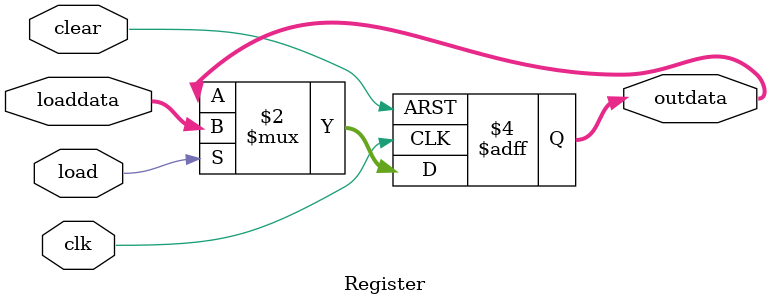
<source format=v>
module Register #(parameter N = 8) (
    input clk, load, clear,
    input [N-1:0] loaddata,
    output reg [N-1:0] outdata
);
    always @(posedge clk or posedge clear) begin
        if (clear)
            outdata <= 0;
        else if (load)
            outdata <= loaddata;
    end
endmodule
</source>
